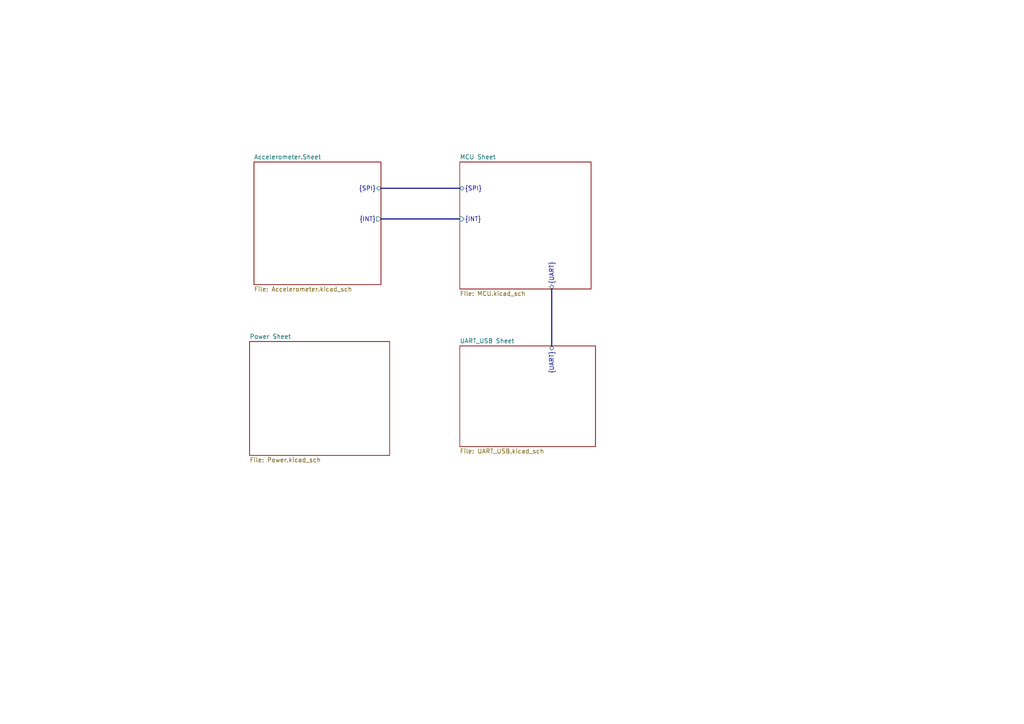
<source format=kicad_sch>
(kicad_sch
	(version 20231120)
	(generator "eeschema")
	(generator_version "8.0")
	(uuid "fb49e4b5-d7b7-45bf-8a57-314a3950416b")
	(paper "A4")
	(lib_symbols)
	(bus
		(pts
			(xy 160.02 83.82) (xy 160.02 100.33)
		)
		(stroke
			(width 0)
			(type default)
		)
		(uuid "039a30e3-84a0-4561-bed7-0d85591720a7")
	)
	(bus
		(pts
			(xy 110.49 63.5) (xy 133.35 63.5)
		)
		(stroke
			(width 0)
			(type default)
		)
		(uuid "5890d983-ec93-4066-aa65-9d52f6748e0c")
	)
	(bus
		(pts
			(xy 110.49 54.61) (xy 133.35 54.61)
		)
		(stroke
			(width 0)
			(type default)
		)
		(uuid "ec4221b5-5d91-459a-bfa1-0409fec6fd47")
	)
	(sheet
		(at 133.35 100.33)
		(size 39.37 29.21)
		(fields_autoplaced yes)
		(stroke
			(width 0.1524)
			(type solid)
		)
		(fill
			(color 0 0 0 0.0000)
		)
		(uuid "08f5dced-60fb-4dd9-af91-2ce43fe77706")
		(property "Sheetname" "UART_USB Sheet"
			(at 133.35 99.6184 0)
			(effects
				(font
					(size 1.27 1.27)
				)
				(justify left bottom)
			)
		)
		(property "Sheetfile" "UART_USB.kicad_sch"
			(at 133.35 130.1246 0)
			(effects
				(font
					(size 1.27 1.27)
				)
				(justify left top)
			)
		)
		(pin "{UART}" bidirectional
			(at 160.02 100.33 90)
			(effects
				(font
					(size 1.27 1.27)
				)
				(justify right)
			)
			(uuid "9caeab85-ef52-4d7b-bbcd-b41d2c62378d")
		)
		(instances
			(project "ExpansionBoard"
				(path "/fb49e4b5-d7b7-45bf-8a57-314a3950416b"
					(page "5")
				)
			)
		)
	)
	(sheet
		(at 72.39 99.06)
		(size 40.64 33.02)
		(fields_autoplaced yes)
		(stroke
			(width 0.1524)
			(type solid)
		)
		(fill
			(color 0 0 0 0.0000)
		)
		(uuid "543fedc8-8e40-46c9-a18c-68a6ffedc4b3")
		(property "Sheetname" "Power Sheet"
			(at 72.39 98.3484 0)
			(effects
				(font
					(size 1.27 1.27)
				)
				(justify left bottom)
			)
		)
		(property "Sheetfile" "Power.kicad_sch"
			(at 72.39 132.6646 0)
			(effects
				(font
					(size 1.27 1.27)
				)
				(justify left top)
			)
		)
		(instances
			(project "ExpansionBoard"
				(path "/fb49e4b5-d7b7-45bf-8a57-314a3950416b"
					(page "4")
				)
			)
		)
	)
	(sheet
		(at 73.66 46.99)
		(size 36.83 35.56)
		(fields_autoplaced yes)
		(stroke
			(width 0.1524)
			(type solid)
		)
		(fill
			(color 0 0 0 0.0000)
		)
		(uuid "85b5c51c-751a-48d0-aae0-5f2233899fe2")
		(property "Sheetname" "Accelerometer.Sheet"
			(at 73.66 46.2784 0)
			(effects
				(font
					(size 1.27 1.27)
				)
				(justify left bottom)
			)
		)
		(property "Sheetfile" "Accelerometer.kicad_sch"
			(at 73.66 83.1346 0)
			(effects
				(font
					(size 1.27 1.27)
				)
				(justify left top)
			)
		)
		(pin "{SPI}" bidirectional
			(at 110.49 54.61 0)
			(effects
				(font
					(size 1.27 1.27)
				)
				(justify right)
			)
			(uuid "5332d7d0-cebd-42f1-a3d2-a75281fda6a1")
		)
		(pin "{INT}" output
			(at 110.49 63.5 0)
			(effects
				(font
					(size 1.27 1.27)
				)
				(justify right)
			)
			(uuid "2de82f03-4b51-4d55-83ec-b369a5ce2a55")
		)
		(instances
			(project "ExpansionBoard"
				(path "/fb49e4b5-d7b7-45bf-8a57-314a3950416b"
					(page "2")
				)
			)
		)
	)
	(sheet
		(at 133.35 46.99)
		(size 38.1 36.83)
		(fields_autoplaced yes)
		(stroke
			(width 0.1524)
			(type solid)
		)
		(fill
			(color 0 0 0 0.0000)
		)
		(uuid "b397995c-3c7c-4e9b-9bca-59f452d034b9")
		(property "Sheetname" "MCU Sheet"
			(at 133.35 46.2784 0)
			(effects
				(font
					(size 1.27 1.27)
				)
				(justify left bottom)
			)
		)
		(property "Sheetfile" "MCU.kicad_sch"
			(at 133.35 84.4046 0)
			(effects
				(font
					(size 1.27 1.27)
				)
				(justify left top)
			)
		)
		(pin "{SPI}" bidirectional
			(at 133.35 54.61 180)
			(effects
				(font
					(size 1.27 1.27)
				)
				(justify left)
			)
			(uuid "bd1b8c65-56e7-4bc3-8136-1a2f770e66dd")
		)
		(pin "{INT}" input
			(at 133.35 63.5 180)
			(effects
				(font
					(size 1.27 1.27)
				)
				(justify left)
			)
			(uuid "bfb1acde-966c-42d8-9e9e-e0f62c55b89d")
		)
		(pin "{UART}" bidirectional
			(at 160.02 83.82 270)
			(effects
				(font
					(size 1.27 1.27)
				)
				(justify left)
			)
			(uuid "ced84f22-35f5-47bd-8b56-88e21cf06d91")
		)
		(instances
			(project "ExpansionBoard"
				(path "/fb49e4b5-d7b7-45bf-8a57-314a3950416b"
					(page "3")
				)
			)
		)
	)
	(sheet_instances
		(path "/"
			(page "1")
		)
	)
)

</source>
